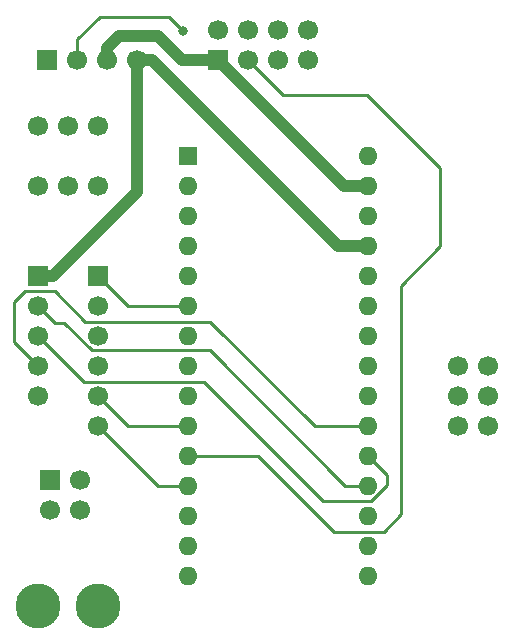
<source format=gbr>
%TF.GenerationSoftware,KiCad,Pcbnew,7.0.6*%
%TF.CreationDate,2023-11-15T18:28:15-08:00*%
%TF.ProjectId,Project 2,50726f6a-6563-4742-9032-2e6b69636164,rev?*%
%TF.SameCoordinates,Original*%
%TF.FileFunction,Copper,L2,Bot*%
%TF.FilePolarity,Positive*%
%FSLAX46Y46*%
G04 Gerber Fmt 4.6, Leading zero omitted, Abs format (unit mm)*
G04 Created by KiCad (PCBNEW 7.0.6) date 2023-11-15 18:28:15*
%MOMM*%
%LPD*%
G01*
G04 APERTURE LIST*
%TA.AperFunction,ComponentPad*%
%ADD10C,1.700000*%
%TD*%
%TA.AperFunction,ComponentPad*%
%ADD11R,1.700000X1.700000*%
%TD*%
%TA.AperFunction,ComponentPad*%
%ADD12R,1.600000X1.600000*%
%TD*%
%TA.AperFunction,ComponentPad*%
%ADD13O,1.600000X1.600000*%
%TD*%
%TA.AperFunction,ComponentPad*%
%ADD14C,3.800000*%
%TD*%
%TA.AperFunction,ViaPad*%
%ADD15C,0.800000*%
%TD*%
%TA.AperFunction,Conductor*%
%ADD16C,0.250000*%
%TD*%
%TA.AperFunction,Conductor*%
%ADD17C,1.000000*%
%TD*%
G04 APERTURE END LIST*
D10*
%TO.P,REF\u002A\u002A,1*%
%TO.N,N/C*%
X170180000Y-81280000D03*
%TO.P,REF\u002A\u002A,2*%
X167640000Y-81280000D03*
%TO.P,REF\u002A\u002A,3*%
X170180000Y-83820000D03*
%TO.P,REF\u002A\u002A,4*%
X167640000Y-83820000D03*
%TO.P,REF\u002A\u002A,5*%
X170180000Y-86360000D03*
%TO.P,REF\u002A\u002A,6*%
X167640000Y-86360000D03*
%TD*%
D11*
%TO.P,REF\u002A\u002A,1*%
%TO.N,N/C*%
X133096000Y-90932000D03*
D10*
%TO.P,REF\u002A\u002A,2*%
X133096000Y-93472000D03*
%TO.P,REF\u002A\u002A,3*%
X135636000Y-90932000D03*
%TO.P,REF\u002A\u002A,4*%
X135636000Y-93472000D03*
%TD*%
D12*
%TO.P,A1,1*%
%TO.N,N/C*%
X144780000Y-63500000D03*
D13*
%TO.P,A1,2*%
X144780000Y-66040000D03*
%TO.P,A1,3*%
X144780000Y-68580000D03*
%TO.P,A1,4*%
X144780000Y-71120000D03*
%TO.P,A1,5*%
X144780000Y-73660000D03*
%TO.P,A1,6*%
X144780000Y-76200000D03*
%TO.P,A1,7*%
X144780000Y-78740000D03*
%TO.P,A1,8*%
X144780000Y-81280000D03*
%TO.P,A1,9*%
X144780000Y-83820000D03*
%TO.P,A1,10*%
X144780000Y-86360000D03*
%TO.P,A1,11*%
X144780000Y-88900000D03*
%TO.P,A1,12*%
X144780000Y-91440000D03*
%TO.P,A1,13*%
X144780000Y-93980000D03*
%TO.P,A1,14*%
X144780000Y-96520000D03*
%TO.P,A1,15*%
X144780000Y-99060000D03*
%TO.P,A1,16*%
X160020000Y-99060000D03*
%TO.P,A1,17*%
X160020000Y-96520000D03*
%TO.P,A1,18*%
X160020000Y-93980000D03*
%TO.P,A1,19*%
X160020000Y-91440000D03*
%TO.P,A1,20*%
X160020000Y-88900000D03*
%TO.P,A1,21*%
X160020000Y-86360000D03*
%TO.P,A1,22*%
X160020000Y-83820000D03*
%TO.P,A1,23*%
X160020000Y-81280000D03*
%TO.P,A1,24*%
X160020000Y-78740000D03*
%TO.P,A1,25*%
X160020000Y-76200000D03*
%TO.P,A1,26*%
X160020000Y-73660000D03*
%TO.P,A1,27*%
X160020000Y-71120000D03*
%TO.P,A1,28*%
X160020000Y-68580000D03*
%TO.P,A1,29*%
X160020000Y-66040000D03*
%TO.P,A1,30*%
X160020000Y-63500000D03*
%TD*%
D14*
%TO.P,Vin,1*%
%TO.N,N/C*%
X132080000Y-101600000D03*
%TD*%
D10*
%TO.P,SW_ECE411,1*%
%TO.N,N/C*%
X132080000Y-60960000D03*
%TO.P,SW_ECE411,2*%
X134620000Y-60960000D03*
%TO.P,SW_ECE411,3*%
X137160000Y-60960000D03*
%TO.P,SW_ECE411,4*%
X132080000Y-66040000D03*
%TO.P,SW_ECE411,5*%
X134620000Y-66040000D03*
%TO.P,SW_ECE411,6*%
X137160000Y-66040000D03*
%TD*%
D11*
%TO.P,Team 7,1*%
%TO.N,N/C*%
X132842000Y-55372000D03*
D10*
%TO.P,Team 7,2*%
X135382000Y-55372000D03*
%TO.P,Team 7,3*%
X137922000Y-55372000D03*
%TO.P,Team 7,4*%
X140462000Y-55372000D03*
%TD*%
%TO.P,ADXL335,5*%
%TO.N,N/C*%
X132080000Y-83820000D03*
%TO.P,ADXL335,4*%
X132080000Y-81280000D03*
%TO.P,ADXL335,3*%
X132080000Y-78740000D03*
%TO.P,ADXL335,2*%
X132080000Y-76200000D03*
D11*
%TO.P,ADXL335,1*%
X132080000Y-73660000D03*
%TD*%
%TO.P,NRF24L01,1*%
%TO.N,N/C*%
X147320000Y-55372000D03*
D10*
%TO.P,NRF24L01,2*%
X147320000Y-52832000D03*
%TO.P,NRF24L01,3*%
X149860000Y-55372000D03*
%TO.P,NRF24L01,4*%
X149860000Y-52832000D03*
%TO.P,NRF24L01,5*%
X152400000Y-55372000D03*
%TO.P,NRF24L01,6*%
X152400000Y-52832000D03*
%TO.P,NRF24L01,7*%
X154940000Y-55372000D03*
%TO.P,NRF24L01,8*%
X154940000Y-52832000D03*
%TD*%
D11*
%TO.P,L298N,1*%
%TO.N,N/C*%
X137160000Y-73660000D03*
D10*
%TO.P,L298N,2*%
X137160000Y-76200000D03*
%TO.P,L298N,3*%
X137160000Y-78740000D03*
%TO.P,L298N,4*%
X137160000Y-81280000D03*
%TO.P,L298N,5*%
X137160000Y-83820000D03*
%TO.P,L298N,6*%
X137160000Y-86360000D03*
%TD*%
D14*
%TO.P,GND,2*%
%TO.N,N/C*%
X137160000Y-101600000D03*
%TD*%
D15*
%TO.N,*%
X144373600Y-52933600D03*
%TD*%
D16*
%TO.N,*%
X129997200Y-75869800D02*
X129997200Y-79197200D01*
X129997200Y-79197200D02*
X132080000Y-81280000D01*
X136067800Y-77495400D02*
X133502400Y-74930000D01*
X133502400Y-74930000D02*
X130937000Y-74930000D01*
X130937000Y-74930000D02*
X129997200Y-75869800D01*
X146608800Y-77495400D02*
X136067800Y-77495400D01*
X160020000Y-86360000D02*
X155473400Y-86360000D01*
X155473400Y-86360000D02*
X146608800Y-77495400D01*
X143154400Y-51714400D02*
X143154400Y-51689000D01*
X144373600Y-52933600D02*
X143154400Y-51714400D01*
D17*
X141732000Y-55372000D02*
X157480000Y-71120000D01*
X157480000Y-71120000D02*
X160020000Y-71120000D01*
X140462000Y-55372000D02*
X141732000Y-55372000D01*
X140462000Y-66548000D02*
X140462000Y-55372000D01*
X133350000Y-73660000D02*
X140462000Y-66548000D01*
X132080000Y-73660000D02*
X133350000Y-73660000D01*
D16*
X146100800Y-82600800D02*
X135940800Y-82600800D01*
X156184600Y-92684600D02*
X146100800Y-82600800D01*
X160248600Y-92684600D02*
X156184600Y-92684600D01*
X161569400Y-90449400D02*
X161569400Y-91363800D01*
X161569400Y-91363800D02*
X160248600Y-92684600D01*
X160020000Y-88900000D02*
X161569400Y-90449400D01*
X135940800Y-82600800D02*
X132080000Y-78740000D01*
X144780000Y-91440000D02*
X142240000Y-91440000D01*
X158089600Y-91440000D02*
X146583400Y-79933800D01*
X144780000Y-86360000D02*
X139700000Y-86360000D01*
X137287000Y-51689000D02*
X143154400Y-51689000D01*
X142240000Y-91440000D02*
X137160000Y-86360000D01*
X146583400Y-79933800D02*
X136626600Y-79933800D01*
X135382000Y-55372000D02*
X135382000Y-53594000D01*
X134289800Y-77597000D02*
X133477000Y-77597000D01*
X161315400Y-95275400D02*
X162763200Y-93827600D01*
X139700000Y-76200000D02*
X137160000Y-73660000D01*
X136626600Y-79933800D02*
X134289800Y-77597000D01*
D17*
X138938000Y-53340000D02*
X137922000Y-54356000D01*
D16*
X166116000Y-71120000D02*
X166116000Y-64516000D01*
X162763200Y-74472800D02*
X166116000Y-71120000D01*
X135382000Y-53594000D02*
X137287000Y-51689000D01*
X139700000Y-86360000D02*
X137160000Y-83820000D01*
X160020000Y-91440000D02*
X158089600Y-91440000D01*
X144780000Y-88900000D02*
X150723600Y-88900000D01*
X144399000Y-52933600D02*
X144373600Y-52908200D01*
X157099000Y-95275400D02*
X161315400Y-95275400D01*
X166116000Y-64516000D02*
X159918400Y-58318400D01*
X144373600Y-52908200D02*
X144373600Y-52933600D01*
D17*
X142240000Y-53340000D02*
X138938000Y-53340000D01*
X137922000Y-54356000D02*
X137922000Y-55372000D01*
X157988000Y-66040000D02*
X160020000Y-66040000D01*
D16*
X159918400Y-58318400D02*
X152806400Y-58318400D01*
D17*
X147320000Y-55372000D02*
X144272000Y-55372000D01*
D16*
X133477000Y-77597000D02*
X132080000Y-76200000D01*
X150723600Y-88900000D02*
X157099000Y-95275400D01*
X144373600Y-52933600D02*
X144399000Y-52933600D01*
X152806400Y-58318400D02*
X149860000Y-55372000D01*
D17*
X144272000Y-55372000D02*
X142240000Y-53340000D01*
D16*
X162763200Y-93827600D02*
X162763200Y-74472800D01*
X144780000Y-76200000D02*
X139700000Y-76200000D01*
D17*
X147320000Y-55372000D02*
X157988000Y-66040000D01*
%TD*%
M02*

</source>
